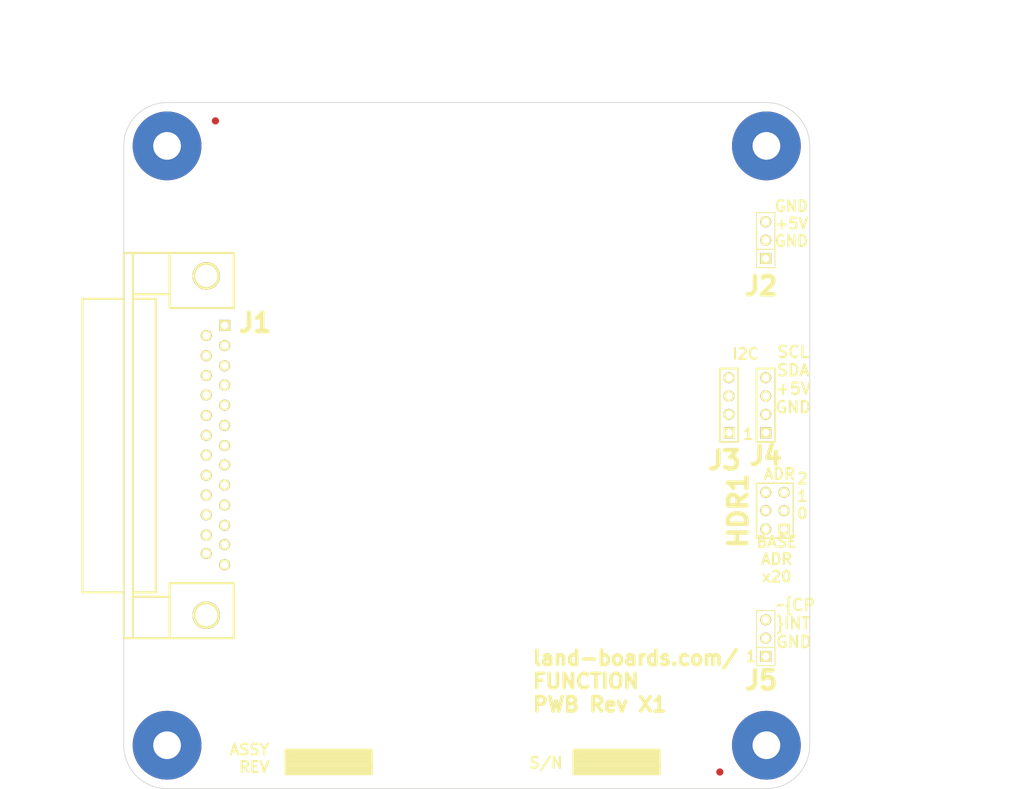
<source format=kicad_pcb>
(kicad_pcb (version 3) (host pcbnew "(2013-05-31 BZR 4019)-stable")

  (general
    (links 12)
    (no_connects 12)
    (area -17.499999 -13.849999 127.685714 98.4504)
    (thickness 1.6)
    (drawings 30)
    (tracks 1)
    (zones 0)
    (modules 14)
    (nets 25)
  )

  (page B)
  (title_block 
    (title OptoIn8-I2C)
    (rev X1)
    (company land-boards.com)
  )

  (layers
    (15 F.Cu signal)
    (0 B.Cu signal)
    (20 B.SilkS user)
    (21 F.SilkS user)
    (22 B.Mask user)
    (23 F.Mask user)
    (24 Dwgs.User user)
    (26 Eco1.User user)
    (28 Edge.Cuts user)
  )

  (setup
    (last_trace_width 0.254)
    (trace_clearance 0.254)
    (zone_clearance 0.254)
    (zone_45_only no)
    (trace_min 0.254)
    (segment_width 0.2)
    (edge_width 0.1)
    (via_size 0.889)
    (via_drill 0.635)
    (via_min_size 0.889)
    (via_min_drill 0.508)
    (uvia_size 0.508)
    (uvia_drill 0.127)
    (uvias_allowed no)
    (uvia_min_size 0.508)
    (uvia_min_drill 0.127)
    (pcb_text_width 0.3)
    (pcb_text_size 1.5 1.5)
    (mod_edge_width 0.15)
    (mod_text_size 2.54 2.54)
    (mod_text_width 0.635)
    (pad_size 9.525 9.525)
    (pad_drill 3.8354)
    (pad_to_mask_clearance 0)
    (aux_axis_origin 0 0)
    (visible_elements 7FFFFFBF)
    (pcbplotparams
      (layerselection 284196865)
      (usegerberextensions false)
      (excludeedgelayer true)
      (linewidth 0.150000)
      (plotframeref false)
      (viasonmask false)
      (mode 1)
      (useauxorigin false)
      (hpglpennumber 1)
      (hpglpenspeed 20)
      (hpglpendiameter 15)
      (hpglpenoverlay 2)
      (psnegative false)
      (psa4output false)
      (plotreference true)
      (plotvalue true)
      (plotothertext true)
      (plotinvisibletext false)
      (padsonsilk false)
      (subtractmaskfromsilk false)
      (outputformat 1)
      (mirror false)
      (drillshape 0)
      (scaleselection 1)
      (outputdirectory plots/))
  )

  (net 0 "")
  (net 1 /A0)
  (net 2 /A1)
  (net 3 /A2)
  (net 4 /CH1-IN+)
  (net 5 /CH1-IN-)
  (net 6 /CH2-IN+)
  (net 7 /CH2-IN-)
  (net 8 /CH3-IN+)
  (net 9 /CH3-IN-)
  (net 10 /CH4-IN+)
  (net 11 /CH4-IN-)
  (net 12 /CH5-IN+)
  (net 13 /CH5-IN-)
  (net 14 /GND)
  (net 15 /INT)
  (net 16 /SCK)
  (net 17 /SDA)
  (net 18 /VCC)
  (net 19 N-0000037)
  (net 20 N-0000047)
  (net 21 N-0000048)
  (net 22 N-0000056)
  (net 23 N-0000058)
  (net 24 N-0000060)

  (net_class Default "This is the default net class."
    (clearance 0.254)
    (trace_width 0.254)
    (via_dia 0.889)
    (via_drill 0.635)
    (uvia_dia 0.508)
    (uvia_drill 0.127)
    (add_net "")
    (add_net /A0)
    (add_net /A1)
    (add_net /A2)
    (add_net /CH1-IN+)
    (add_net /CH1-IN-)
    (add_net /CH2-IN+)
    (add_net /CH2-IN-)
    (add_net /CH3-IN+)
    (add_net /CH3-IN-)
    (add_net /CH4-IN+)
    (add_net /CH4-IN-)
    (add_net /CH5-IN+)
    (add_net /CH5-IN-)
    (add_net /INT)
    (add_net /SCK)
    (add_net /SDA)
    (add_net N-0000037)
    (add_net N-0000047)
    (add_net N-0000048)
    (add_net N-0000056)
    (add_net N-0000058)
    (add_net N-0000060)
  )

  (net_class W25 ""
    (clearance 0.381)
    (trace_width 0.635)
    (via_dia 0.889)
    (via_drill 0.635)
    (uvia_dia 0.508)
    (uvia_drill 0.127)
    (add_net /GND)
    (add_net /VCC)
  )

  (module DB25MC   locked (layer F.Cu) (tedit 538F2F81) (tstamp 537A5292)
    (at 12.7 47.5 90)
    (descr "Connecteur DB25 MALE couche")
    (tags "CONN DB25")
    (path /537A4DF5)
    (fp_text reference J1 (at 17 5.5 180) (layer F.SilkS)
      (effects (font (size 2.54 2.54) (thickness 0.635)))
    )
    (fp_text value DB25 (at 0 -6.35 90) (layer F.SilkS) hide
      (effects (font (size 1.524 1.524) (thickness 0.3048)))
    )
    (fp_line (start 26.67 -11.43) (end 26.67 2.54) (layer F.SilkS) (width 0.3048))
    (fp_line (start 19.05 -6.35) (end 19.05 2.54) (layer F.SilkS) (width 0.3048))
    (fp_line (start 20.955 -11.43) (end 20.955 -6.35) (layer F.SilkS) (width 0.3048))
    (fp_line (start -20.955 -11.43) (end -20.955 -6.35) (layer F.SilkS) (width 0.3048))
    (fp_line (start -19.05 -6.35) (end -19.05 2.54) (layer F.SilkS) (width 0.3048))
    (fp_line (start -26.67 2.54) (end -26.67 -11.43) (layer F.SilkS) (width 0.3048))
    (fp_line (start 26.67 -6.35) (end 19.05 -6.35) (layer F.SilkS) (width 0.3048))
    (fp_line (start -26.67 -6.35) (end -19.05 -6.35) (layer F.SilkS) (width 0.3048))
    (fp_line (start 20.32 -8.255) (end 20.32 -11.43) (layer F.SilkS) (width 0.3048))
    (fp_line (start -20.32 -8.255) (end -20.32 -11.43) (layer F.SilkS) (width 0.3048))
    (fp_line (start 20.32 -18.415) (end 20.32 -12.7) (layer F.SilkS) (width 0.3048))
    (fp_line (start -20.32 -18.415) (end -20.32 -12.7) (layer F.SilkS) (width 0.3048))
    (fp_line (start 26.67 -11.43) (end 26.67 -12.7) (layer F.SilkS) (width 0.3048))
    (fp_line (start 26.67 -12.7) (end -26.67 -12.7) (layer F.SilkS) (width 0.3048))
    (fp_line (start -26.67 -12.7) (end -26.67 -11.43) (layer F.SilkS) (width 0.3048))
    (fp_line (start -26.67 -11.43) (end 26.67 -11.43) (layer F.SilkS) (width 0.3048))
    (fp_line (start 19.05 2.54) (end 26.67 2.54) (layer F.SilkS) (width 0.3048))
    (fp_line (start -20.32 -8.255) (end 20.32 -8.255) (layer F.SilkS) (width 0.3048))
    (fp_line (start -20.32 -18.415) (end 20.32 -18.415) (layer F.SilkS) (width 0.3048))
    (fp_line (start -26.67 2.54) (end -19.05 2.54) (layer F.SilkS) (width 0.3048))
    (pad "" thru_hole circle (at 23.495 -1.27 90) (size 3.81 3.81) (drill 3.048)
      (layers *.Cu *.Mask F.SilkS)
    )
    (pad "" thru_hole circle (at -23.495 -1.27 90) (size 3.81 3.81) (drill 3.048)
      (layers *.Cu *.Mask F.SilkS)
    )
    (pad 13 thru_hole circle (at -16.51 1.27 90) (size 1.524 1.524) (drill 1.016)
      (layers *.Cu *.Mask F.SilkS)
    )
    (pad 12 thru_hole circle (at -13.716 1.27 90) (size 1.524 1.524) (drill 1.016)
      (layers *.Cu *.Mask F.SilkS)
      (net 22 N-0000056)
    )
    (pad 11 thru_hole circle (at -11.049 1.27 90) (size 1.524 1.524) (drill 1.016)
      (layers *.Cu *.Mask F.SilkS)
    )
    (pad 10 thru_hole circle (at -8.255 1.27 90) (size 1.524 1.524) (drill 1.016)
      (layers *.Cu *.Mask F.SilkS)
      (net 19 N-0000037)
    )
    (pad 9 thru_hole circle (at -5.461 1.27 90) (size 1.524 1.524) (drill 1.016)
      (layers *.Cu *.Mask F.SilkS)
      (net 24 N-0000060)
    )
    (pad 8 thru_hole circle (at -2.667 1.27 90) (size 1.524 1.524) (drill 1.016)
      (layers *.Cu *.Mask F.SilkS)
    )
    (pad 7 thru_hole circle (at 0 1.27 90) (size 1.524 1.524) (drill 1.016)
      (layers *.Cu *.Mask F.SilkS)
      (net 12 /CH5-IN+)
    )
    (pad 6 thru_hole circle (at 2.794 1.27 90) (size 1.524 1.524) (drill 1.016)
      (layers *.Cu *.Mask F.SilkS)
      (net 11 /CH4-IN-)
    )
    (pad 5 thru_hole circle (at 5.588 1.27 90) (size 1.524 1.524) (drill 1.016)
      (layers *.Cu *.Mask F.SilkS)
    )
    (pad 4 thru_hole circle (at 8.382 1.27 90) (size 1.524 1.524) (drill 1.016)
      (layers *.Cu *.Mask F.SilkS)
      (net 8 /CH3-IN+)
    )
    (pad 3 thru_hole circle (at 11.049 1.27 90) (size 1.524 1.524) (drill 1.016)
      (layers *.Cu *.Mask F.SilkS)
      (net 7 /CH2-IN-)
    )
    (pad 2 thru_hole circle (at 13.843 1.27 90) (size 1.524 1.524) (drill 1.016)
      (layers *.Cu *.Mask F.SilkS)
    )
    (pad 1 thru_hole rect (at 16.637 1.27 90) (size 1.524 1.524) (drill 1.016)
      (layers *.Cu *.Mask F.SilkS)
      (net 4 /CH1-IN+)
    )
    (pad 25 thru_hole circle (at -14.9352 -1.27 90) (size 1.524 1.524) (drill 1.016)
      (layers *.Cu *.Mask F.SilkS)
    )
    (pad 24 thru_hole circle (at -12.3952 -1.27 90) (size 1.524 1.524) (drill 1.016)
      (layers *.Cu *.Mask F.SilkS)
      (net 20 N-0000047)
    )
    (pad 23 thru_hole circle (at -9.6012 -1.27 90) (size 1.524 1.524) (drill 1.016)
      (layers *.Cu *.Mask F.SilkS)
      (net 23 N-0000058)
    )
    (pad 22 thru_hole circle (at -6.858 -1.27 90) (size 1.524 1.524) (drill 1.016)
      (layers *.Cu *.Mask F.SilkS)
    )
    (pad 21 thru_hole circle (at -4.1148 -1.27 90) (size 1.524 1.524) (drill 1.016)
      (layers *.Cu *.Mask F.SilkS)
      (net 21 N-0000048)
    )
    (pad 20 thru_hole circle (at -1.3208 -1.27 90) (size 1.524 1.524) (drill 1.016)
      (layers *.Cu *.Mask F.SilkS)
      (net 13 /CH5-IN-)
    )
    (pad 19 thru_hole circle (at 1.4224 -1.27 90) (size 1.524 1.524) (drill 1.016)
      (layers *.Cu *.Mask F.SilkS)
    )
    (pad 18 thru_hole circle (at 4.1656 -1.27 90) (size 1.524 1.524) (drill 1.016)
      (layers *.Cu *.Mask F.SilkS)
      (net 10 /CH4-IN+)
    )
    (pad 17 thru_hole circle (at 7.0104 -1.27 90) (size 1.524 1.524) (drill 1.016)
      (layers *.Cu *.Mask F.SilkS)
      (net 9 /CH3-IN-)
    )
    (pad 16 thru_hole circle (at 9.7028 -1.27 90) (size 1.524 1.524) (drill 1.016)
      (layers *.Cu *.Mask F.SilkS)
    )
    (pad 15 thru_hole circle (at 12.446 -1.27 90) (size 1.524 1.524) (drill 1.016)
      (layers *.Cu *.Mask F.SilkS)
      (net 6 /CH2-IN+)
    )
    (pad 14 thru_hole circle (at 15.24 -1.27 90) (size 1.524 1.524) (drill 1.016)
      (layers *.Cu *.Mask F.SilkS)
      (net 5 /CH1-IN-)
    )
    (model conn_DBxx/db25_male_pin90deg.wrl
      (at (xyz 0 0 0))
      (scale (xyz 1 1 1))
      (rotate (xyz 0 0 0))
    )
  )

  (module REV_BLOCK (layer F.Cu) (tedit 50F8397A) (tstamp 537A612F)
    (at 27.94 91.44)
    (path /537A64A5)
    (fp_text reference ST1 (at 0.508 3.429) (layer F.SilkS) hide
      (effects (font (size 2.54 2.54) (thickness 0.635)))
    )
    (fp_text value CONN_1 (at 1.143 5.715) (layer F.SilkS) hide
      (effects (font (size 1.524 1.524) (thickness 0.3048)))
    )
    (fp_line (start -5.334 -1.27) (end 6.096 -1.27) (layer F.SilkS) (width 0.635))
    (fp_line (start 6.096 -1.27) (end 6.096 -0.635) (layer F.SilkS) (width 0.635))
    (fp_line (start 6.096 -0.635) (end -5.334 -0.635) (layer F.SilkS) (width 0.635))
    (fp_line (start -5.334 -0.635) (end -5.334 0) (layer F.SilkS) (width 0.635))
    (fp_line (start -5.334 0) (end 6.223 0) (layer F.SilkS) (width 0.635))
    (fp_line (start 6.223 0) (end 6.223 0.635) (layer F.SilkS) (width 0.635))
    (fp_line (start 6.223 0.635) (end -5.334 0.635) (layer F.SilkS) (width 0.635))
    (fp_line (start -5.334 0.635) (end -5.334 1.143) (layer F.SilkS) (width 0.635))
    (fp_line (start -5.334 1.143) (end 6.096 1.143) (layer F.SilkS) (width 0.635))
    (fp_line (start 6.35 -1.778) (end -5.461 -1.778) (layer F.SilkS) (width 0.381))
    (fp_line (start -5.461 -1.778) (end -5.461 1.524) (layer F.SilkS) (width 0.381))
    (fp_line (start -5.461 1.524) (end 6.35 1.524) (layer F.SilkS) (width 0.381))
    (fp_line (start 6.35 1.524) (end 6.35 -1.778) (layer F.SilkS) (width 0.381))
  )

  (module pin_array_3x2 (layer F.Cu) (tedit 53948C88) (tstamp 538F2F79)
    (at 90.17 56.515 90)
    (descr "Double rangee de contacts 2 x 4 pins")
    (tags CONN)
    (path /537B7022)
    (fp_text reference HDR1 (at 0 -5.08 90) (layer F.SilkS)
      (effects (font (size 2.54 2.54) (thickness 0.635)))
    )
    (fp_text value CONN_3X2 (at 0 3.81 90) (layer F.SilkS) hide
      (effects (font (size 1.016 1.016) (thickness 0.2032)))
    )
    (fp_line (start 3.81 2.54) (end -3.81 2.54) (layer F.SilkS) (width 0.2032))
    (fp_line (start -3.81 -2.54) (end 3.81 -2.54) (layer F.SilkS) (width 0.2032))
    (fp_line (start 3.81 -2.54) (end 3.81 2.54) (layer F.SilkS) (width 0.2032))
    (fp_line (start -3.81 2.54) (end -3.81 -2.54) (layer F.SilkS) (width 0.2032))
    (pad 1 thru_hole rect (at -2.54 1.27 90) (size 1.524 1.524) (drill 1.016)
      (layers *.Cu *.Mask F.SilkS)
      (net 14 /GND)
    )
    (pad 2 thru_hole circle (at -2.54 -1.27 90) (size 1.524 1.524) (drill 1.016)
      (layers *.Cu *.Mask F.SilkS)
      (net 1 /A0)
    )
    (pad 3 thru_hole circle (at 0 1.27 90) (size 1.524 1.524) (drill 1.016)
      (layers *.Cu *.Mask F.SilkS)
      (net 14 /GND)
    )
    (pad 4 thru_hole circle (at 0 -1.27 90) (size 1.524 1.524) (drill 1.016)
      (layers *.Cu *.Mask F.SilkS)
      (net 2 /A1)
    )
    (pad 5 thru_hole circle (at 2.54 1.27 90) (size 1.524 1.524) (drill 1.016)
      (layers *.Cu *.Mask F.SilkS)
      (net 14 /GND)
    )
    (pad 6 thru_hole circle (at 2.54 -1.27 90) (size 1.524 1.524) (drill 1.016)
      (layers *.Cu *.Mask F.SilkS)
      (net 3 /A2)
    )
    (model pin_array/pins_array_3x2.wrl
      (at (xyz 0 0 0))
      (scale (xyz 1 1 1))
      (rotate (xyz 0 0 0))
    )
  )

  (module FIDUCIAL (layer F.Cu) (tedit 518BF783) (tstamp 538F79BB)
    (at 12.7 2.54)
    (path /537A5ED2)
    (fp_text reference FID2 (at 0 2.3495) (layer F.SilkS) hide
      (effects (font (size 2.54 2.54) (thickness 0.635)))
    )
    (fp_text value ADAFRUIT_FIDUCIAL (at 0.127 -2.794) (layer F.SilkS) hide
      (effects (font (size 1.016 1.016) (thickness 0.2032)))
    )
    (pad 1 smd circle (at 0 0) (size 1 1)
      (layers F.Cu F.Mask)
      (solder_mask_margin 1)
      (clearance 1)
    )
  )

  (module FIDUCIAL (layer F.Cu) (tedit 518BF783) (tstamp 538F79C0)
    (at 82.55 92.71)
    (path /537A5EE1)
    (fp_text reference FID1 (at 0 2.3495) (layer F.SilkS) hide
      (effects (font (size 2.54 2.54) (thickness 0.635)))
    )
    (fp_text value ADAFRUIT_FIDUCIAL (at 0.127 -2.794) (layer F.SilkS) hide
      (effects (font (size 1.016 1.016) (thickness 0.2032)))
    )
    (pad 1 smd circle (at 0 0) (size 1 1)
      (layers F.Cu F.Mask)
      (solder_mask_margin 1)
      (clearance 1)
    )
  )

  (module PIN_ARRAY_4x1 (layer F.Cu) (tedit 53948C66) (tstamp 538F7C2A)
    (at 83.82 41.91 90)
    (descr "Double rangee de contacts 2 x 5 pins")
    (tags CONN)
    (path /538F65CB)
    (fp_text reference J3 (at -7.62 -0.635 180) (layer F.SilkS)
      (effects (font (size 2.54 2.54) (thickness 0.635)))
    )
    (fp_text value CONN_4 (at 0 2.54 90) (layer F.SilkS) hide
      (effects (font (size 1.016 1.016) (thickness 0.2032)))
    )
    (fp_line (start 5.08 1.27) (end -5.08 1.27) (layer F.SilkS) (width 0.254))
    (fp_line (start 5.08 -1.27) (end -5.08 -1.27) (layer F.SilkS) (width 0.254))
    (fp_line (start -5.08 -1.27) (end -5.08 1.27) (layer F.SilkS) (width 0.254))
    (fp_line (start 5.08 1.27) (end 5.08 -1.27) (layer F.SilkS) (width 0.254))
    (pad 1 thru_hole rect (at -3.81 0 90) (size 1.524 1.524) (drill 1.016)
      (layers *.Cu *.Mask F.SilkS)
      (net 14 /GND)
    )
    (pad 2 thru_hole circle (at -1.27 0 90) (size 1.524 1.524) (drill 1.016)
      (layers *.Cu *.Mask F.SilkS)
      (net 18 /VCC)
    )
    (pad 3 thru_hole circle (at 1.27 0 90) (size 1.524 1.524) (drill 1.016)
      (layers *.Cu *.Mask F.SilkS)
      (net 17 /SDA)
    )
    (pad 4 thru_hole circle (at 3.81 0 90) (size 1.524 1.524) (drill 1.016)
      (layers *.Cu *.Mask F.SilkS)
      (net 16 /SCK)
    )
    (model pin_array\pins_array_4x1.wrl
      (at (xyz 0 0 0))
      (scale (xyz 1 1 1))
      (rotate (xyz 0 0 0))
    )
  )

  (module REV_BLOCK (layer F.Cu) (tedit 50F8397A) (tstamp 538F74C6)
    (at 67.818 91.44)
    (path /537A60FF)
    (fp_text reference ST2 (at 0.508 3.429) (layer F.SilkS) hide
      (effects (font (size 2.54 2.54) (thickness 0.635)))
    )
    (fp_text value REV-HIST (at 1.143 5.715) (layer F.SilkS) hide
      (effects (font (size 1.524 1.524) (thickness 0.3048)))
    )
    (fp_line (start -5.334 -1.27) (end 6.096 -1.27) (layer F.SilkS) (width 0.635))
    (fp_line (start 6.096 -1.27) (end 6.096 -0.635) (layer F.SilkS) (width 0.635))
    (fp_line (start 6.096 -0.635) (end -5.334 -0.635) (layer F.SilkS) (width 0.635))
    (fp_line (start -5.334 -0.635) (end -5.334 0) (layer F.SilkS) (width 0.635))
    (fp_line (start -5.334 0) (end 6.223 0) (layer F.SilkS) (width 0.635))
    (fp_line (start 6.223 0) (end 6.223 0.635) (layer F.SilkS) (width 0.635))
    (fp_line (start 6.223 0.635) (end -5.334 0.635) (layer F.SilkS) (width 0.635))
    (fp_line (start -5.334 0.635) (end -5.334 1.143) (layer F.SilkS) (width 0.635))
    (fp_line (start -5.334 1.143) (end 6.096 1.143) (layer F.SilkS) (width 0.635))
    (fp_line (start 6.35 -1.778) (end -5.461 -1.778) (layer F.SilkS) (width 0.381))
    (fp_line (start -5.461 -1.778) (end -5.461 1.524) (layer F.SilkS) (width 0.381))
    (fp_line (start -5.461 1.524) (end 6.35 1.524) (layer F.SilkS) (width 0.381))
    (fp_line (start 6.35 1.524) (end 6.35 -1.778) (layer F.SilkS) (width 0.381))
  )

  (module MTG-6-32 (layer F.Cu) (tedit 538F790A) (tstamp 538F7A00)
    (at 89 89)
    (path /538F7586)
    (fp_text reference MTG4 (at 0 -5.588) (layer F.SilkS) hide
      (effects (font (size 2.54 2.54) (thickness 0.635)))
    )
    (fp_text value MTG_HOLE (at 0.254 5.842) (layer F.SilkS) hide
      (effects (font (size 1.524 1.524) (thickness 0.3048)))
    )
    (pad 1 thru_hole circle (at 0 0) (size 9.525 9.525) (drill 3.8354)
      (layers *.Cu *.Mask)
      (clearance 0.508)
    )
  )

  (module MTG-6-32 (layer F.Cu) (tedit 538F790A) (tstamp 538F79FB)
    (at 89 6)
    (path /538F7580)
    (fp_text reference MTG2 (at 0 -5.588) (layer F.SilkS) hide
      (effects (font (size 2.54 2.54) (thickness 0.635)))
    )
    (fp_text value MTG_HOLE (at 0.254 5.842) (layer F.SilkS) hide
      (effects (font (size 1.524 1.524) (thickness 0.3048)))
    )
    (pad 1 thru_hole circle (at 0 0) (size 9.525 9.525) (drill 3.8354)
      (layers *.Cu *.Mask)
      (clearance 0.508)
    )
  )

  (module MTG-6-32 (layer F.Cu) (tedit 538F790A) (tstamp 538F79F6)
    (at 6 89)
    (path /538F757A)
    (fp_text reference MTG3 (at 0 -5.588) (layer F.SilkS) hide
      (effects (font (size 2.54 2.54) (thickness 0.635)))
    )
    (fp_text value MTG_HOLE (at 0.254 5.842) (layer F.SilkS) hide
      (effects (font (size 1.524 1.524) (thickness 0.3048)))
    )
    (pad 1 thru_hole circle (at 0 0) (size 9.525 9.525) (drill 3.8354)
      (layers *.Cu *.Mask)
      (clearance 0.508)
    )
  )

  (module MTG-6-32 (layer F.Cu) (tedit 538F790A) (tstamp 538F79F1)
    (at 6 6)
    (path /537A5CA4)
    (fp_text reference MTG1 (at 0 -5.588) (layer F.SilkS) hide
      (effects (font (size 2.54 2.54) (thickness 0.635)))
    )
    (fp_text value MTG_HOLE (at 0.254 5.842) (layer F.SilkS) hide
      (effects (font (size 1.524 1.524) (thickness 0.3048)))
    )
    (pad 1 thru_hole circle (at 0 0) (size 9.525 9.525) (drill 3.8354)
      (layers *.Cu *.Mask)
      (clearance 0.508)
    )
  )

  (module PIN_ARRAY_4x1 (layer F.Cu) (tedit 53948C6B) (tstamp 538F7868)
    (at 88.9 41.91 90)
    (descr "Double rangee de contacts 2 x 5 pins")
    (tags CONN)
    (path /53907B6F)
    (fp_text reference J4 (at -6.985 0 180) (layer F.SilkS)
      (effects (font (size 2.54 2.54) (thickness 0.635)))
    )
    (fp_text value CONN_4 (at 0 2.54 90) (layer F.SilkS) hide
      (effects (font (size 1.016 1.016) (thickness 0.2032)))
    )
    (fp_line (start 5.08 1.27) (end -5.08 1.27) (layer F.SilkS) (width 0.254))
    (fp_line (start 5.08 -1.27) (end -5.08 -1.27) (layer F.SilkS) (width 0.254))
    (fp_line (start -5.08 -1.27) (end -5.08 1.27) (layer F.SilkS) (width 0.254))
    (fp_line (start 5.08 1.27) (end 5.08 -1.27) (layer F.SilkS) (width 0.254))
    (pad 1 thru_hole rect (at -3.81 0 90) (size 1.524 1.524) (drill 1.016)
      (layers *.Cu *.Mask F.SilkS)
      (net 14 /GND)
    )
    (pad 2 thru_hole circle (at -1.27 0 90) (size 1.524 1.524) (drill 1.016)
      (layers *.Cu *.Mask F.SilkS)
      (net 18 /VCC)
    )
    (pad 3 thru_hole circle (at 1.27 0 90) (size 1.524 1.524) (drill 1.016)
      (layers *.Cu *.Mask F.SilkS)
      (net 17 /SDA)
    )
    (pad 4 thru_hole circle (at 3.81 0 90) (size 1.524 1.524) (drill 1.016)
      (layers *.Cu *.Mask F.SilkS)
      (net 16 /SCK)
    )
    (model pin_array\pins_array_4x1.wrl
      (at (xyz 0 0 0))
      (scale (xyz 1 1 1))
      (rotate (xyz 0 0 0))
    )
  )

  (module PIN_ARRAY_3X1 (layer F.Cu) (tedit 53948C81) (tstamp 53908174)
    (at 88.9 74.168 90)
    (descr "Connecteur 3 pins")
    (tags "CONN DEV")
    (path /53907B9E)
    (fp_text reference J5 (at -5.842 -0.635 180) (layer F.SilkS)
      (effects (font (size 2.54 2.54) (thickness 0.635)))
    )
    (fp_text value CONN_3 (at 0 -2.159 90) (layer F.SilkS) hide
      (effects (font (size 1.016 1.016) (thickness 0.1524)))
    )
    (fp_line (start -3.81 1.27) (end -3.81 -1.27) (layer F.SilkS) (width 0.1524))
    (fp_line (start -3.81 -1.27) (end 3.81 -1.27) (layer F.SilkS) (width 0.1524))
    (fp_line (start 3.81 -1.27) (end 3.81 1.27) (layer F.SilkS) (width 0.1524))
    (fp_line (start 3.81 1.27) (end -3.81 1.27) (layer F.SilkS) (width 0.1524))
    (fp_line (start -1.27 -1.27) (end -1.27 1.27) (layer F.SilkS) (width 0.1524))
    (pad 1 thru_hole rect (at -2.54 0 90) (size 1.524 1.524) (drill 1.016)
      (layers *.Cu *.Mask F.SilkS)
      (net 14 /GND)
    )
    (pad 2 thru_hole circle (at 0 0 90) (size 1.524 1.524) (drill 1.016)
      (layers *.Cu *.Mask F.SilkS)
      (net 15 /INT)
    )
    (pad 3 thru_hole circle (at 2.54 0 90) (size 1.524 1.524) (drill 1.016)
      (layers *.Cu *.Mask F.SilkS)
      (net 14 /GND)
    )
    (model pin_array/pins_array_3x1.wrl
      (at (xyz 0 0 0))
      (scale (xyz 1 1 1))
      (rotate (xyz 0 0 0))
    )
  )

  (module PIN_ARRAY_3X1 (layer F.Cu) (tedit 53948C71) (tstamp 538F2CD6)
    (at 88.9 19.05 90)
    (descr "Connecteur 3 pins")
    (tags "CONN DEV")
    (path /539083CF)
    (fp_text reference J2 (at -6.35 -0.635 180) (layer F.SilkS)
      (effects (font (size 2.54 2.54) (thickness 0.635)))
    )
    (fp_text value CONN_3 (at 0 -2.159 90) (layer F.SilkS) hide
      (effects (font (size 1.016 1.016) (thickness 0.1524)))
    )
    (fp_line (start -3.81 1.27) (end -3.81 -1.27) (layer F.SilkS) (width 0.1524))
    (fp_line (start -3.81 -1.27) (end 3.81 -1.27) (layer F.SilkS) (width 0.1524))
    (fp_line (start 3.81 -1.27) (end 3.81 1.27) (layer F.SilkS) (width 0.1524))
    (fp_line (start 3.81 1.27) (end -3.81 1.27) (layer F.SilkS) (width 0.1524))
    (fp_line (start -1.27 -1.27) (end -1.27 1.27) (layer F.SilkS) (width 0.1524))
    (pad 1 thru_hole rect (at -2.54 0 90) (size 1.524 1.524) (drill 1.016)
      (layers *.Cu *.Mask F.SilkS)
      (net 14 /GND)
    )
    (pad 2 thru_hole circle (at 0 0 90) (size 1.524 1.524) (drill 1.016)
      (layers *.Cu *.Mask F.SilkS)
      (net 18 /VCC)
    )
    (pad 3 thru_hole circle (at 2.54 0 90) (size 1.524 1.524) (drill 1.016)
      (layers *.Cu *.Mask F.SilkS)
      (net 14 /GND)
    )
    (model pin_array/pins_array_3x1.wrl
      (at (xyz 0 0 0))
      (scale (xyz 1 1 1))
      (rotate (xyz 0 0 0))
    )
  )

  (dimension 5.08 (width 0.3) (layer Eco1.User)
    (gr_text "0.2000 in" (at 76.835 31.115) (layer Eco1.User)
      (effects (font (size 1.5 1.5) (thickness 0.3)))
    )
    (feature1 (pts (xy 83.82 38.1) (xy 83.82 28.415001)))
    (feature2 (pts (xy 88.9 38.1) (xy 88.9 28.415001)))
    (crossbar (pts (xy 88.9 31.115001) (xy 83.82 31.115001)))
    (arrow1a (pts (xy 83.82 31.115001) (xy 84.946503 30.528581)))
    (arrow1b (pts (xy 83.82 31.115001) (xy 84.946503 31.701421)))
    (arrow2a (pts (xy 88.9 31.115001) (xy 87.773497 30.528581)))
    (arrow2b (pts (xy 88.9 31.115001) (xy 87.773497 31.701421)))
  )
  (dimension 71.755 (width 0.3) (layer Eco1.User)
    (gr_text "2.8250 in" (at 121.999999 35.877502 270) (layer Eco1.User)
      (effects (font (size 1.5 1.5) (thickness 0.3)))
    )
    (feature1 (pts (xy 88.9 71.755) (xy 123.349999 71.755002)))
    (feature2 (pts (xy 88.9 0) (xy 123.349999 0.000002)))
    (crossbar (pts (xy 120.649999 0.000002) (xy 120.649999 71.755002)))
    (arrow1a (pts (xy 120.649999 71.755002) (xy 120.063579 70.628499)))
    (arrow1b (pts (xy 120.649999 71.755002) (xy 121.236419 70.628499)))
    (arrow2a (pts (xy 120.649999 0.000002) (xy 120.063579 1.126505)))
    (arrow2b (pts (xy 120.649999 0.000002) (xy 121.236419 1.126505)))
  )
  (dimension 53.975 (width 0.3) (layer Eco1.User)
    (gr_text "2.1250 in" (at 113.744999 26.987502 270) (layer Eco1.User)
      (effects (font (size 1.5 1.5) (thickness 0.3)))
    )
    (feature1 (pts (xy 88.9 53.975) (xy 115.094999 53.975002)))
    (feature2 (pts (xy 88.9 0) (xy 115.094999 0.000002)))
    (crossbar (pts (xy 112.394999 0.000002) (xy 112.394999 53.975002)))
    (arrow1a (pts (xy 112.394999 53.975002) (xy 111.808579 52.848499)))
    (arrow1b (pts (xy 112.394999 53.975002) (xy 112.981419 52.848499)))
    (arrow2a (pts (xy 112.394999 0.000002) (xy 111.808579 1.126505)))
    (arrow2b (pts (xy 112.394999 0.000002) (xy 112.981419 1.126505)))
  )
  (dimension 16.51 (width 0.3) (layer Eco1.User)
    (gr_text "0.6500 in" (at 100.409999 8.255 270) (layer Eco1.User)
      (effects (font (size 1.5 1.5) (thickness 0.3)))
    )
    (feature1 (pts (xy 88.9 16.51) (xy 101.759999 16.51)))
    (feature2 (pts (xy 88.9 0) (xy 101.759999 0)))
    (crossbar (pts (xy 99.059999 0) (xy 99.059999 16.51)))
    (arrow1a (pts (xy 99.059999 16.51) (xy 98.473579 15.383497)))
    (arrow1b (pts (xy 99.059999 16.51) (xy 99.646419 15.383497)))
    (arrow2a (pts (xy 99.059999 0) (xy 98.473579 1.126503)))
    (arrow2b (pts (xy 99.059999 0) (xy 99.646419 1.126503)))
  )
  (dimension 38.1 (width 0.3) (layer Eco1.User)
    (gr_text "1.5000 in" (at 107.394999 19.050001 270) (layer Eco1.User)
      (effects (font (size 1.5 1.5) (thickness 0.3)))
    )
    (feature1 (pts (xy 88.9 38.1) (xy 108.744999 38.100001)))
    (feature2 (pts (xy 88.9 0) (xy 108.744999 0.000001)))
    (crossbar (pts (xy 106.044999 0.000001) (xy 106.044999 38.100001)))
    (arrow1a (pts (xy 106.044999 38.100001) (xy 105.458579 36.973498)))
    (arrow1b (pts (xy 106.044999 38.100001) (xy 106.631419 36.973498)))
    (arrow2a (pts (xy 106.044999 0.000001) (xy 105.458579 1.126504)))
    (arrow2b (pts (xy 106.044999 0.000001) (xy 106.631419 1.126504)))
  )
  (dimension 88.9 (width 0.3) (layer Eco1.User)
    (gr_text "3.5000 in" (at 44.45 11.985001) (layer Eco1.User)
      (effects (font (size 1.5 1.5) (thickness 0.3)))
    )
    (feature1 (pts (xy 0 16.51) (xy 0 10.635001)))
    (feature2 (pts (xy 88.9 16.51) (xy 88.9 10.635001)))
    (crossbar (pts (xy 88.9 13.335001) (xy 0 13.335001)))
    (arrow1a (pts (xy 0 13.335001) (xy 1.126503 12.748581)))
    (arrow1b (pts (xy 0 13.335001) (xy 1.126503 13.921421)))
    (arrow2a (pts (xy 88.9 13.335001) (xy 87.773497 12.748581)))
    (arrow2b (pts (xy 88.9 13.335001) (xy 87.773497 13.921421)))
  )
  (dimension 47.5 (width 0.3) (layer Eco1.User)
    (gr_text "47.500 mm" (at -10.85 23.75 90) (layer Eco1.User)
      (effects (font (size 1.5 1.5) (thickness 0.3)))
    )
    (feature1 (pts (xy 12.5 0) (xy -12.2 0)))
    (feature2 (pts (xy 12.5 47.5) (xy -12.2 47.5)))
    (crossbar (pts (xy -9.5 47.5) (xy -9.5 0)))
    (arrow1a (pts (xy -9.5 0) (xy -8.91358 1.126503)))
    (arrow1b (pts (xy -9.5 0) (xy -10.08642 1.126503)))
    (arrow2a (pts (xy -9.5 47.5) (xy -8.91358 46.373497)))
    (arrow2b (pts (xy -9.5 47.5) (xy -10.08642 46.373497)))
  )
  (dimension 95 (width 0.3) (layer Eco1.User)
    (gr_text "95.000 mm" (at 47.5 -12.349999) (layer Eco1.User)
      (effects (font (size 1.5 1.5) (thickness 0.3)))
    )
    (feature1 (pts (xy 95 5) (xy 95 -13.699999)))
    (feature2 (pts (xy 0 5) (xy 0 -13.699999)))
    (crossbar (pts (xy 0 -10.999999) (xy 95 -10.999999)))
    (arrow1a (pts (xy 95 -10.999999) (xy 93.873497 -10.413579)))
    (arrow1b (pts (xy 95 -10.999999) (xy 93.873497 -11.586419)))
    (arrow2a (pts (xy 0 -10.999999) (xy 1.126503 -10.413579)))
    (arrow2b (pts (xy 0 -10.999999) (xy 1.126503 -11.586419)))
  )
  (dimension 83 (width 0.3) (layer Eco1.User)
    (gr_text "83.000 mm" (at 47.5 -6.349999) (layer Eco1.User)
      (effects (font (size 1.5 1.5) (thickness 0.3)))
    )
    (feature1 (pts (xy 89 6) (xy 89 -7.699999)))
    (feature2 (pts (xy 6 6) (xy 6 -7.699999)))
    (crossbar (pts (xy 6 -4.999999) (xy 89 -4.999999)))
    (arrow1a (pts (xy 89 -4.999999) (xy 87.873497 -4.413579)))
    (arrow1b (pts (xy 89 -4.999999) (xy 87.873497 -5.586419)))
    (arrow2a (pts (xy 6 -4.999999) (xy 7.126503 -4.413579)))
    (arrow2b (pts (xy 6 -4.999999) (xy 7.126503 -5.586419)))
  )
  (dimension 6 (width 0.3) (layer Eco1.User)
    (gr_text "6.000 mm" (at -7 -5) (layer Eco1.User)
      (effects (font (size 1.5 1.5) (thickness 0.3)))
    )
    (feature1 (pts (xy 6 6) (xy 6 -7.699999)))
    (feature2 (pts (xy 0 6) (xy 0 -7.699999)))
    (crossbar (pts (xy 0 -4.999999) (xy 6 -4.999999)))
    (arrow1a (pts (xy 6 -4.999999) (xy 4.873497 -4.413579)))
    (arrow1b (pts (xy 6 -4.999999) (xy 4.873497 -5.586419)))
    (arrow2a (pts (xy 0 -4.999999) (xy 1.126503 -4.413579)))
    (arrow2b (pts (xy 0 -4.999999) (xy 1.126503 -5.586419)))
  )
  (gr_text 1 (at 86.868 76.708) (layer F.SilkS)
    (effects (font (size 1.5 1.5) (thickness 0.3)))
  )
  (gr_text "~CP\n~INT\nGND" (at 90.17 72.136) (layer F.SilkS)
    (effects (font (size 1.5875 1.5875) (thickness 0.3)) (justify left))
  )
  (gr_line (start 0 89) (end 0 6) (angle 90) (layer Edge.Cuts) (width 0.1))
  (gr_line (start 89 95) (end 6 95) (angle 90) (layer Edge.Cuts) (width 0.1))
  (gr_line (start 95 6) (end 95 89) (angle 90) (layer Edge.Cuts) (width 0.1))
  (gr_line (start 6 0) (end 89 0) (angle 90) (layer Edge.Cuts) (width 0.1))
  (gr_arc (start 6 89) (end 6 95) (angle 90) (layer Edge.Cuts) (width 0.1))
  (gr_arc (start 89 89) (end 95 89) (angle 90) (layer Edge.Cuts) (width 0.1))
  (gr_arc (start 89 6) (end 89 0) (angle 90) (layer Edge.Cuts) (width 0.1))
  (gr_arc (start 6 6) (end 0 6) (angle 90) (layer Edge.Cuts) (width 0.1))
  (gr_text 1 (at 86.49 45.91) (layer F.SilkS)
    (effects (font (size 1.5 1.5) (thickness 0.3)))
  )
  (gr_text "GND\n+5V\nGND" (at 92.456 16.764) (layer F.SilkS)
    (effects (font (size 1.5 1.5) (thickness 0.3)))
  )
  (gr_text "BASE\nADR\nx20" (at 90.424 63.246) (layer F.SilkS)
    (effects (font (size 1.5 1.5) (thickness 0.3)))
  )
  (gr_text "land-boards.com/\nFUNCTION\nPWB Rev X1" (at 56.39 80.14) (layer F.SilkS)
    (effects (font (size 2 2) (thickness 0.5)) (justify left))
  )
  (gr_text S/N (at 60.96 91.44) (layer F.SilkS) (tstamp 537B801C)
    (effects (font (size 1.5 1.5) (thickness 0.3)) (justify right))
  )
  (gr_text "ASSY\nREV" (at 20.32 90.805) (layer F.SilkS) (tstamp 537B7F91)
    (effects (font (size 1.5 1.5) (thickness 0.3)) (justify right))
  )
  (gr_text "SCL\nSDA\n+5V\nGND" (at 92.71 38.354) (layer F.SilkS)
    (effects (font (size 1.5875 1.5875) (thickness 0.3)))
  )
  (gr_text I2C (at 86.106 34.798) (layer F.SilkS)
    (effects (font (size 1.5 1.5) (thickness 0.3)))
  )
  (gr_text ADR (at 90.805 51.435) (layer F.SilkS)
    (effects (font (size 1.5 1.5) (thickness 0.3)))
  )
  (gr_text "2\n1\n0" (at 93.98 54.49) (layer F.SilkS)
    (effects (font (size 1.5 1.5) (thickness 0.3)))
  )

  (segment (start 13.97 55.755) (end 14.305 55.755) (width 0.254) (layer F.Cu) (net 19) (status 30))

)

</source>
